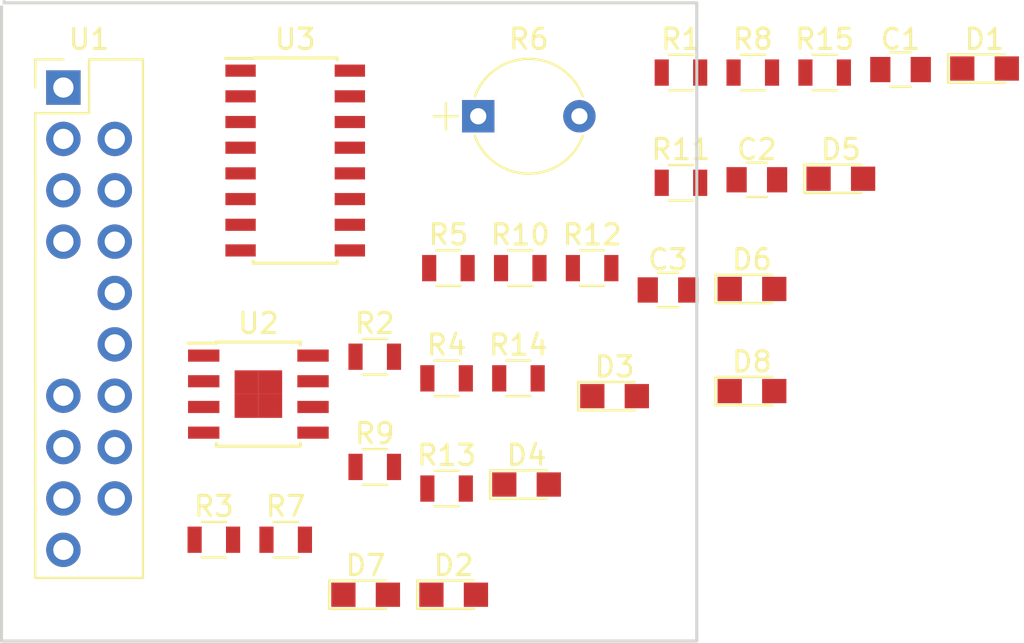
<source format=kicad_pcb>
(kicad_pcb (version 4) (host pcbnew 4.0.5)

  (general
    (links 56)
    (no_connects 56)
    (area 0 0 0 0)
    (thickness 1.6)
    (drawings 5)
    (tracks 0)
    (zones 0)
    (modules 29)
    (nets 37)
  )

  (page A4)
  (layers
    (0 F.Cu signal)
    (31 B.Cu signal)
    (32 B.Adhes user)
    (33 F.Adhes user)
    (34 B.Paste user)
    (35 F.Paste user)
    (36 B.SilkS user)
    (37 F.SilkS user)
    (38 B.Mask user)
    (39 F.Mask user)
    (40 Dwgs.User user)
    (41 Cmts.User user)
    (42 Eco1.User user)
    (43 Eco2.User user)
    (44 Edge.Cuts user)
    (45 Margin user)
    (46 B.CrtYd user)
    (47 F.CrtYd user)
    (48 B.Fab user)
    (49 F.Fab user)
  )

  (setup
    (last_trace_width 0.25)
    (trace_clearance 0.2)
    (zone_clearance 0.508)
    (zone_45_only no)
    (trace_min 0.2)
    (segment_width 0.2)
    (edge_width 0.15)
    (via_size 0.6)
    (via_drill 0.4)
    (via_min_size 0.4)
    (via_min_drill 0.3)
    (uvia_size 0.3)
    (uvia_drill 0.1)
    (uvias_allowed no)
    (uvia_min_size 0.2)
    (uvia_min_drill 0.1)
    (pcb_text_width 0.3)
    (pcb_text_size 1.5 1.5)
    (mod_edge_width 0.15)
    (mod_text_size 1 1)
    (mod_text_width 0.15)
    (pad_size 1.524 1.524)
    (pad_drill 0.762)
    (pad_to_mask_clearance 0.2)
    (aux_axis_origin 0 0)
    (visible_elements FFFFFF7F)
    (pcbplotparams
      (layerselection 0x00030_80000001)
      (usegerberextensions false)
      (excludeedgelayer true)
      (linewidth 0.100000)
      (plotframeref false)
      (viasonmask false)
      (mode 1)
      (useauxorigin false)
      (hpglpennumber 1)
      (hpglpenspeed 20)
      (hpglpendiameter 15)
      (hpglpenoverlay 2)
      (psnegative false)
      (psa4output false)
      (plotreference true)
      (plotvalue true)
      (plotinvisibletext false)
      (padsonsilk false)
      (subtractmaskfromsilk false)
      (outputformat 1)
      (mirror false)
      (drillshape 1)
      (scaleselection 1)
      (outputdirectory ""))
  )

  (net 0 "")
  (net 1 /latchPin)
  (net 2 GND)
  (net 3 /3.3V)
  (net 4 "Net-(D1-Pad2)")
  (net 5 "Net-(D1-Pad1)")
  (net 6 "Net-(D2-Pad2)")
  (net 7 "Net-(D2-Pad1)")
  (net 8 "Net-(D3-Pad2)")
  (net 9 "Net-(D3-Pad1)")
  (net 10 "Net-(D4-Pad2)")
  (net 11 "Net-(D4-Pad1)")
  (net 12 "Net-(D5-Pad2)")
  (net 13 "Net-(D5-Pad1)")
  (net 14 "Net-(D6-Pad2)")
  (net 15 "Net-(D6-Pad1)")
  (net 16 "Net-(D7-Pad2)")
  (net 17 "Net-(D7-Pad1)")
  (net 18 "Net-(D8-Pad2)")
  (net 19 "Net-(D8-Pad1)")
  (net 20 /O.S.)
  (net 21 "Net-(R2-Pad1)")
  (net 22 "Net-(R3-Pad1)")
  (net 23 "Net-(R4-Pad1)")
  (net 24 /5V)
  (net 25 /PR_TOP)
  (net 26 /PR_BOT)
  (net 27 "Net-(U1-Pad3)")
  (net 28 /clockPin)
  (net 29 /dataPin)
  (net 30 "Net-(U1-Pad8)")
  (net 31 "Net-(U1-Pad10)")
  (net 32 /SCL)
  (net 33 /SDA)
  (net 34 "Net-(U1-Pad17)")
  (net 35 "Net-(U1-Pad18)")
  (net 36 "Net-(U3-Pad9)")

  (net_class Default "This is the default net class."
    (clearance 0.2)
    (trace_width 0.25)
    (via_dia 0.6)
    (via_drill 0.4)
    (uvia_dia 0.3)
    (uvia_drill 0.1)
    (add_net /3.3V)
    (add_net /5V)
    (add_net /O.S.)
    (add_net /PR_BOT)
    (add_net /PR_TOP)
    (add_net /SCL)
    (add_net /SDA)
    (add_net /clockPin)
    (add_net /dataPin)
    (add_net /latchPin)
    (add_net GND)
    (add_net "Net-(D1-Pad1)")
    (add_net "Net-(D1-Pad2)")
    (add_net "Net-(D2-Pad1)")
    (add_net "Net-(D2-Pad2)")
    (add_net "Net-(D3-Pad1)")
    (add_net "Net-(D3-Pad2)")
    (add_net "Net-(D4-Pad1)")
    (add_net "Net-(D4-Pad2)")
    (add_net "Net-(D5-Pad1)")
    (add_net "Net-(D5-Pad2)")
    (add_net "Net-(D6-Pad1)")
    (add_net "Net-(D6-Pad2)")
    (add_net "Net-(D7-Pad1)")
    (add_net "Net-(D7-Pad2)")
    (add_net "Net-(D8-Pad1)")
    (add_net "Net-(D8-Pad2)")
    (add_net "Net-(R2-Pad1)")
    (add_net "Net-(R3-Pad1)")
    (add_net "Net-(R4-Pad1)")
    (add_net "Net-(U1-Pad10)")
    (add_net "Net-(U1-Pad17)")
    (add_net "Net-(U1-Pad18)")
    (add_net "Net-(U1-Pad3)")
    (add_net "Net-(U1-Pad8)")
    (add_net "Net-(U3-Pad9)")
  )

  (module Capacitors_SMD:C_0805 (layer F.Cu) (tedit 58AA8463) (tstamp 58BB91FD)
    (at 202.536501 106.869)
    (descr "Capacitor SMD 0805, reflow soldering, AVX (see smccp.pdf)")
    (tags "capacitor 0805")
    (path /58B8C597)
    (attr smd)
    (fp_text reference C1 (at 0 -1.5) (layer F.SilkS)
      (effects (font (size 1 1) (thickness 0.15)))
    )
    (fp_text value C (at 0 1.75) (layer F.Fab)
      (effects (font (size 1 1) (thickness 0.15)))
    )
    (fp_text user %R (at 0 -1.5) (layer F.Fab)
      (effects (font (size 1 1) (thickness 0.15)))
    )
    (fp_line (start -1 0.62) (end -1 -0.62) (layer F.Fab) (width 0.1))
    (fp_line (start 1 0.62) (end -1 0.62) (layer F.Fab) (width 0.1))
    (fp_line (start 1 -0.62) (end 1 0.62) (layer F.Fab) (width 0.1))
    (fp_line (start -1 -0.62) (end 1 -0.62) (layer F.Fab) (width 0.1))
    (fp_line (start 0.5 -0.85) (end -0.5 -0.85) (layer F.SilkS) (width 0.12))
    (fp_line (start -0.5 0.85) (end 0.5 0.85) (layer F.SilkS) (width 0.12))
    (fp_line (start -1.75 -0.88) (end 1.75 -0.88) (layer F.CrtYd) (width 0.05))
    (fp_line (start -1.75 -0.88) (end -1.75 0.87) (layer F.CrtYd) (width 0.05))
    (fp_line (start 1.75 0.87) (end 1.75 -0.88) (layer F.CrtYd) (width 0.05))
    (fp_line (start 1.75 0.87) (end -1.75 0.87) (layer F.CrtYd) (width 0.05))
    (pad 1 smd rect (at -1 0) (size 1 1.25) (layers F.Cu F.Paste F.Mask)
      (net 1 /latchPin))
    (pad 2 smd rect (at 1 0) (size 1 1.25) (layers F.Cu F.Paste F.Mask)
      (net 2 GND))
    (model Capacitors_SMD.3dshapes/C_0805.wrl
      (at (xyz 0 0 0))
      (scale (xyz 1 1 1))
      (rotate (xyz 0 0 0))
    )
  )

  (module Capacitors_SMD:C_0805 (layer F.Cu) (tedit 58AA8463) (tstamp 58BB9203)
    (at 195.436501 112.319)
    (descr "Capacitor SMD 0805, reflow soldering, AVX (see smccp.pdf)")
    (tags "capacitor 0805")
    (path /58B8ECE1)
    (attr smd)
    (fp_text reference C2 (at 0 -1.5) (layer F.SilkS)
      (effects (font (size 1 1) (thickness 0.15)))
    )
    (fp_text value C (at 0 1.75) (layer F.Fab)
      (effects (font (size 1 1) (thickness 0.15)))
    )
    (fp_text user %R (at 0 -1.5) (layer F.Fab)
      (effects (font (size 1 1) (thickness 0.15)))
    )
    (fp_line (start -1 0.62) (end -1 -0.62) (layer F.Fab) (width 0.1))
    (fp_line (start 1 0.62) (end -1 0.62) (layer F.Fab) (width 0.1))
    (fp_line (start 1 -0.62) (end 1 0.62) (layer F.Fab) (width 0.1))
    (fp_line (start -1 -0.62) (end 1 -0.62) (layer F.Fab) (width 0.1))
    (fp_line (start 0.5 -0.85) (end -0.5 -0.85) (layer F.SilkS) (width 0.12))
    (fp_line (start -0.5 0.85) (end 0.5 0.85) (layer F.SilkS) (width 0.12))
    (fp_line (start -1.75 -0.88) (end 1.75 -0.88) (layer F.CrtYd) (width 0.05))
    (fp_line (start -1.75 -0.88) (end -1.75 0.87) (layer F.CrtYd) (width 0.05))
    (fp_line (start 1.75 0.87) (end 1.75 -0.88) (layer F.CrtYd) (width 0.05))
    (fp_line (start 1.75 0.87) (end -1.75 0.87) (layer F.CrtYd) (width 0.05))
    (pad 1 smd rect (at -1 0) (size 1 1.25) (layers F.Cu F.Paste F.Mask)
      (net 2 GND))
    (pad 2 smd rect (at 1 0) (size 1 1.25) (layers F.Cu F.Paste F.Mask)
      (net 3 /3.3V))
    (model Capacitors_SMD.3dshapes/C_0805.wrl
      (at (xyz 0 0 0))
      (scale (xyz 1 1 1))
      (rotate (xyz 0 0 0))
    )
  )

  (module Capacitors_SMD:C_0805 (layer F.Cu) (tedit 58AA8463) (tstamp 58BB9209)
    (at 191.046501 117.769)
    (descr "Capacitor SMD 0805, reflow soldering, AVX (see smccp.pdf)")
    (tags "capacitor 0805")
    (path /58B8CB89)
    (attr smd)
    (fp_text reference C3 (at 0 -1.5) (layer F.SilkS)
      (effects (font (size 1 1) (thickness 0.15)))
    )
    (fp_text value C (at 0 1.75) (layer F.Fab)
      (effects (font (size 1 1) (thickness 0.15)))
    )
    (fp_text user %R (at 0 -1.5) (layer F.Fab)
      (effects (font (size 1 1) (thickness 0.15)))
    )
    (fp_line (start -1 0.62) (end -1 -0.62) (layer F.Fab) (width 0.1))
    (fp_line (start 1 0.62) (end -1 0.62) (layer F.Fab) (width 0.1))
    (fp_line (start 1 -0.62) (end 1 0.62) (layer F.Fab) (width 0.1))
    (fp_line (start -1 -0.62) (end 1 -0.62) (layer F.Fab) (width 0.1))
    (fp_line (start 0.5 -0.85) (end -0.5 -0.85) (layer F.SilkS) (width 0.12))
    (fp_line (start -0.5 0.85) (end 0.5 0.85) (layer F.SilkS) (width 0.12))
    (fp_line (start -1.75 -0.88) (end 1.75 -0.88) (layer F.CrtYd) (width 0.05))
    (fp_line (start -1.75 -0.88) (end -1.75 0.87) (layer F.CrtYd) (width 0.05))
    (fp_line (start 1.75 0.87) (end 1.75 -0.88) (layer F.CrtYd) (width 0.05))
    (fp_line (start 1.75 0.87) (end -1.75 0.87) (layer F.CrtYd) (width 0.05))
    (pad 1 smd rect (at -1 0) (size 1 1.25) (layers F.Cu F.Paste F.Mask)
      (net 2 GND))
    (pad 2 smd rect (at 1 0) (size 1 1.25) (layers F.Cu F.Paste F.Mask)
      (net 3 /3.3V))
    (model Capacitors_SMD.3dshapes/C_0805.wrl
      (at (xyz 0 0 0))
      (scale (xyz 1 1 1))
      (rotate (xyz 0 0 0))
    )
  )

  (module LEDs:LED_0805 (layer F.Cu) (tedit 57FE93EC) (tstamp 58BB920F)
    (at 206.686501 106.819)
    (descr "LED 0805 smd package")
    (tags "LED led 0805 SMD smd SMT smt smdled SMDLED smtled SMTLED")
    (path /58ADDE28)
    (attr smd)
    (fp_text reference D1 (at 0 -1.45) (layer F.SilkS)
      (effects (font (size 1 1) (thickness 0.15)))
    )
    (fp_text value LED (at 0 1.55) (layer F.Fab)
      (effects (font (size 1 1) (thickness 0.15)))
    )
    (fp_line (start -1.8 -0.7) (end -1.8 0.7) (layer F.SilkS) (width 0.12))
    (fp_line (start -0.4 -0.4) (end -0.4 0.4) (layer F.Fab) (width 0.1))
    (fp_line (start -0.4 0) (end 0.2 -0.4) (layer F.Fab) (width 0.1))
    (fp_line (start 0.2 0.4) (end -0.4 0) (layer F.Fab) (width 0.1))
    (fp_line (start 0.2 -0.4) (end 0.2 0.4) (layer F.Fab) (width 0.1))
    (fp_line (start 1 0.6) (end -1 0.6) (layer F.Fab) (width 0.1))
    (fp_line (start 1 -0.6) (end 1 0.6) (layer F.Fab) (width 0.1))
    (fp_line (start -1 -0.6) (end 1 -0.6) (layer F.Fab) (width 0.1))
    (fp_line (start -1 0.6) (end -1 -0.6) (layer F.Fab) (width 0.1))
    (fp_line (start -1.8 0.7) (end 1 0.7) (layer F.SilkS) (width 0.12))
    (fp_line (start -1.8 -0.7) (end 1 -0.7) (layer F.SilkS) (width 0.12))
    (fp_line (start 1.95 -0.85) (end 1.95 0.85) (layer F.CrtYd) (width 0.05))
    (fp_line (start 1.95 0.85) (end -1.95 0.85) (layer F.CrtYd) (width 0.05))
    (fp_line (start -1.95 0.85) (end -1.95 -0.85) (layer F.CrtYd) (width 0.05))
    (fp_line (start -1.95 -0.85) (end 1.95 -0.85) (layer F.CrtYd) (width 0.05))
    (pad 2 smd rect (at 1.1 0 180) (size 1.2 1.2) (layers F.Cu F.Paste F.Mask)
      (net 4 "Net-(D1-Pad2)"))
    (pad 1 smd rect (at -1.1 0 180) (size 1.2 1.2) (layers F.Cu F.Paste F.Mask)
      (net 5 "Net-(D1-Pad1)"))
    (model LEDs.3dshapes/LED_0805.wrl
      (at (xyz 0 0 0))
      (scale (xyz 1 1 1))
      (rotate (xyz 0 0 180))
    )
  )

  (module LEDs:LED_0805 (layer F.Cu) (tedit 57FE93EC) (tstamp 58BB9215)
    (at 180.456501 132.839)
    (descr "LED 0805 smd package")
    (tags "LED led 0805 SMD smd SMT smt smdled SMDLED smtled SMTLED")
    (path /58ADDE1A)
    (attr smd)
    (fp_text reference D2 (at 0 -1.45) (layer F.SilkS)
      (effects (font (size 1 1) (thickness 0.15)))
    )
    (fp_text value LED (at 0 1.55) (layer F.Fab)
      (effects (font (size 1 1) (thickness 0.15)))
    )
    (fp_line (start -1.8 -0.7) (end -1.8 0.7) (layer F.SilkS) (width 0.12))
    (fp_line (start -0.4 -0.4) (end -0.4 0.4) (layer F.Fab) (width 0.1))
    (fp_line (start -0.4 0) (end 0.2 -0.4) (layer F.Fab) (width 0.1))
    (fp_line (start 0.2 0.4) (end -0.4 0) (layer F.Fab) (width 0.1))
    (fp_line (start 0.2 -0.4) (end 0.2 0.4) (layer F.Fab) (width 0.1))
    (fp_line (start 1 0.6) (end -1 0.6) (layer F.Fab) (width 0.1))
    (fp_line (start 1 -0.6) (end 1 0.6) (layer F.Fab) (width 0.1))
    (fp_line (start -1 -0.6) (end 1 -0.6) (layer F.Fab) (width 0.1))
    (fp_line (start -1 0.6) (end -1 -0.6) (layer F.Fab) (width 0.1))
    (fp_line (start -1.8 0.7) (end 1 0.7) (layer F.SilkS) (width 0.12))
    (fp_line (start -1.8 -0.7) (end 1 -0.7) (layer F.SilkS) (width 0.12))
    (fp_line (start 1.95 -0.85) (end 1.95 0.85) (layer F.CrtYd) (width 0.05))
    (fp_line (start 1.95 0.85) (end -1.95 0.85) (layer F.CrtYd) (width 0.05))
    (fp_line (start -1.95 0.85) (end -1.95 -0.85) (layer F.CrtYd) (width 0.05))
    (fp_line (start -1.95 -0.85) (end 1.95 -0.85) (layer F.CrtYd) (width 0.05))
    (pad 2 smd rect (at 1.1 0 180) (size 1.2 1.2) (layers F.Cu F.Paste F.Mask)
      (net 6 "Net-(D2-Pad2)"))
    (pad 1 smd rect (at -1.1 0 180) (size 1.2 1.2) (layers F.Cu F.Paste F.Mask)
      (net 7 "Net-(D2-Pad1)"))
    (model LEDs.3dshapes/LED_0805.wrl
      (at (xyz 0 0 0))
      (scale (xyz 1 1 1))
      (rotate (xyz 0 0 180))
    )
  )

  (module LEDs:LED_0805 (layer F.Cu) (tedit 57FE93EC) (tstamp 58BB921B)
    (at 188.406501 123.019)
    (descr "LED 0805 smd package")
    (tags "LED led 0805 SMD smd SMT smt smdled SMDLED smtled SMTLED")
    (path /58ADDE0C)
    (attr smd)
    (fp_text reference D3 (at 0 -1.45) (layer F.SilkS)
      (effects (font (size 1 1) (thickness 0.15)))
    )
    (fp_text value LED (at 0 1.55) (layer F.Fab)
      (effects (font (size 1 1) (thickness 0.15)))
    )
    (fp_line (start -1.8 -0.7) (end -1.8 0.7) (layer F.SilkS) (width 0.12))
    (fp_line (start -0.4 -0.4) (end -0.4 0.4) (layer F.Fab) (width 0.1))
    (fp_line (start -0.4 0) (end 0.2 -0.4) (layer F.Fab) (width 0.1))
    (fp_line (start 0.2 0.4) (end -0.4 0) (layer F.Fab) (width 0.1))
    (fp_line (start 0.2 -0.4) (end 0.2 0.4) (layer F.Fab) (width 0.1))
    (fp_line (start 1 0.6) (end -1 0.6) (layer F.Fab) (width 0.1))
    (fp_line (start 1 -0.6) (end 1 0.6) (layer F.Fab) (width 0.1))
    (fp_line (start -1 -0.6) (end 1 -0.6) (layer F.Fab) (width 0.1))
    (fp_line (start -1 0.6) (end -1 -0.6) (layer F.Fab) (width 0.1))
    (fp_line (start -1.8 0.7) (end 1 0.7) (layer F.SilkS) (width 0.12))
    (fp_line (start -1.8 -0.7) (end 1 -0.7) (layer F.SilkS) (width 0.12))
    (fp_line (start 1.95 -0.85) (end 1.95 0.85) (layer F.CrtYd) (width 0.05))
    (fp_line (start 1.95 0.85) (end -1.95 0.85) (layer F.CrtYd) (width 0.05))
    (fp_line (start -1.95 0.85) (end -1.95 -0.85) (layer F.CrtYd) (width 0.05))
    (fp_line (start -1.95 -0.85) (end 1.95 -0.85) (layer F.CrtYd) (width 0.05))
    (pad 2 smd rect (at 1.1 0 180) (size 1.2 1.2) (layers F.Cu F.Paste F.Mask)
      (net 8 "Net-(D3-Pad2)"))
    (pad 1 smd rect (at -1.1 0 180) (size 1.2 1.2) (layers F.Cu F.Paste F.Mask)
      (net 9 "Net-(D3-Pad1)"))
    (model LEDs.3dshapes/LED_0805.wrl
      (at (xyz 0 0 0))
      (scale (xyz 1 1 1))
      (rotate (xyz 0 0 180))
    )
  )

  (module LEDs:LED_0805 (layer F.Cu) (tedit 57FE93EC) (tstamp 58BB9221)
    (at 184.056501 127.389)
    (descr "LED 0805 smd package")
    (tags "LED led 0805 SMD smd SMT smt smdled SMDLED smtled SMTLED")
    (path /58ADDDFE)
    (attr smd)
    (fp_text reference D4 (at 0 -1.45) (layer F.SilkS)
      (effects (font (size 1 1) (thickness 0.15)))
    )
    (fp_text value LED (at 0 1.55) (layer F.Fab)
      (effects (font (size 1 1) (thickness 0.15)))
    )
    (fp_line (start -1.8 -0.7) (end -1.8 0.7) (layer F.SilkS) (width 0.12))
    (fp_line (start -0.4 -0.4) (end -0.4 0.4) (layer F.Fab) (width 0.1))
    (fp_line (start -0.4 0) (end 0.2 -0.4) (layer F.Fab) (width 0.1))
    (fp_line (start 0.2 0.4) (end -0.4 0) (layer F.Fab) (width 0.1))
    (fp_line (start 0.2 -0.4) (end 0.2 0.4) (layer F.Fab) (width 0.1))
    (fp_line (start 1 0.6) (end -1 0.6) (layer F.Fab) (width 0.1))
    (fp_line (start 1 -0.6) (end 1 0.6) (layer F.Fab) (width 0.1))
    (fp_line (start -1 -0.6) (end 1 -0.6) (layer F.Fab) (width 0.1))
    (fp_line (start -1 0.6) (end -1 -0.6) (layer F.Fab) (width 0.1))
    (fp_line (start -1.8 0.7) (end 1 0.7) (layer F.SilkS) (width 0.12))
    (fp_line (start -1.8 -0.7) (end 1 -0.7) (layer F.SilkS) (width 0.12))
    (fp_line (start 1.95 -0.85) (end 1.95 0.85) (layer F.CrtYd) (width 0.05))
    (fp_line (start 1.95 0.85) (end -1.95 0.85) (layer F.CrtYd) (width 0.05))
    (fp_line (start -1.95 0.85) (end -1.95 -0.85) (layer F.CrtYd) (width 0.05))
    (fp_line (start -1.95 -0.85) (end 1.95 -0.85) (layer F.CrtYd) (width 0.05))
    (pad 2 smd rect (at 1.1 0 180) (size 1.2 1.2) (layers F.Cu F.Paste F.Mask)
      (net 10 "Net-(D4-Pad2)"))
    (pad 1 smd rect (at -1.1 0 180) (size 1.2 1.2) (layers F.Cu F.Paste F.Mask)
      (net 11 "Net-(D4-Pad1)"))
    (model LEDs.3dshapes/LED_0805.wrl
      (at (xyz 0 0 0))
      (scale (xyz 1 1 1))
      (rotate (xyz 0 0 180))
    )
  )

  (module LEDs:LED_0805 (layer F.Cu) (tedit 57FE93EC) (tstamp 58BB9227)
    (at 199.586501 112.269)
    (descr "LED 0805 smd package")
    (tags "LED led 0805 SMD smd SMT smt smdled SMDLED smtled SMTLED")
    (path /58ADD846)
    (attr smd)
    (fp_text reference D5 (at 0 -1.45) (layer F.SilkS)
      (effects (font (size 1 1) (thickness 0.15)))
    )
    (fp_text value LED (at 0 1.55) (layer F.Fab)
      (effects (font (size 1 1) (thickness 0.15)))
    )
    (fp_line (start -1.8 -0.7) (end -1.8 0.7) (layer F.SilkS) (width 0.12))
    (fp_line (start -0.4 -0.4) (end -0.4 0.4) (layer F.Fab) (width 0.1))
    (fp_line (start -0.4 0) (end 0.2 -0.4) (layer F.Fab) (width 0.1))
    (fp_line (start 0.2 0.4) (end -0.4 0) (layer F.Fab) (width 0.1))
    (fp_line (start 0.2 -0.4) (end 0.2 0.4) (layer F.Fab) (width 0.1))
    (fp_line (start 1 0.6) (end -1 0.6) (layer F.Fab) (width 0.1))
    (fp_line (start 1 -0.6) (end 1 0.6) (layer F.Fab) (width 0.1))
    (fp_line (start -1 -0.6) (end 1 -0.6) (layer F.Fab) (width 0.1))
    (fp_line (start -1 0.6) (end -1 -0.6) (layer F.Fab) (width 0.1))
    (fp_line (start -1.8 0.7) (end 1 0.7) (layer F.SilkS) (width 0.12))
    (fp_line (start -1.8 -0.7) (end 1 -0.7) (layer F.SilkS) (width 0.12))
    (fp_line (start 1.95 -0.85) (end 1.95 0.85) (layer F.CrtYd) (width 0.05))
    (fp_line (start 1.95 0.85) (end -1.95 0.85) (layer F.CrtYd) (width 0.05))
    (fp_line (start -1.95 0.85) (end -1.95 -0.85) (layer F.CrtYd) (width 0.05))
    (fp_line (start -1.95 -0.85) (end 1.95 -0.85) (layer F.CrtYd) (width 0.05))
    (pad 2 smd rect (at 1.1 0 180) (size 1.2 1.2) (layers F.Cu F.Paste F.Mask)
      (net 12 "Net-(D5-Pad2)"))
    (pad 1 smd rect (at -1.1 0 180) (size 1.2 1.2) (layers F.Cu F.Paste F.Mask)
      (net 13 "Net-(D5-Pad1)"))
    (model LEDs.3dshapes/LED_0805.wrl
      (at (xyz 0 0 0))
      (scale (xyz 1 1 1))
      (rotate (xyz 0 0 180))
    )
  )

  (module LEDs:LED_0805 (layer F.Cu) (tedit 57FE93EC) (tstamp 58BB922D)
    (at 195.196501 117.719)
    (descr "LED 0805 smd package")
    (tags "LED led 0805 SMD smd SMT smt smdled SMDLED smtled SMTLED")
    (path /58ADD838)
    (attr smd)
    (fp_text reference D6 (at 0 -1.45) (layer F.SilkS)
      (effects (font (size 1 1) (thickness 0.15)))
    )
    (fp_text value LED (at 0 1.55) (layer F.Fab)
      (effects (font (size 1 1) (thickness 0.15)))
    )
    (fp_line (start -1.8 -0.7) (end -1.8 0.7) (layer F.SilkS) (width 0.12))
    (fp_line (start -0.4 -0.4) (end -0.4 0.4) (layer F.Fab) (width 0.1))
    (fp_line (start -0.4 0) (end 0.2 -0.4) (layer F.Fab) (width 0.1))
    (fp_line (start 0.2 0.4) (end -0.4 0) (layer F.Fab) (width 0.1))
    (fp_line (start 0.2 -0.4) (end 0.2 0.4) (layer F.Fab) (width 0.1))
    (fp_line (start 1 0.6) (end -1 0.6) (layer F.Fab) (width 0.1))
    (fp_line (start 1 -0.6) (end 1 0.6) (layer F.Fab) (width 0.1))
    (fp_line (start -1 -0.6) (end 1 -0.6) (layer F.Fab) (width 0.1))
    (fp_line (start -1 0.6) (end -1 -0.6) (layer F.Fab) (width 0.1))
    (fp_line (start -1.8 0.7) (end 1 0.7) (layer F.SilkS) (width 0.12))
    (fp_line (start -1.8 -0.7) (end 1 -0.7) (layer F.SilkS) (width 0.12))
    (fp_line (start 1.95 -0.85) (end 1.95 0.85) (layer F.CrtYd) (width 0.05))
    (fp_line (start 1.95 0.85) (end -1.95 0.85) (layer F.CrtYd) (width 0.05))
    (fp_line (start -1.95 0.85) (end -1.95 -0.85) (layer F.CrtYd) (width 0.05))
    (fp_line (start -1.95 -0.85) (end 1.95 -0.85) (layer F.CrtYd) (width 0.05))
    (pad 2 smd rect (at 1.1 0 180) (size 1.2 1.2) (layers F.Cu F.Paste F.Mask)
      (net 14 "Net-(D6-Pad2)"))
    (pad 1 smd rect (at -1.1 0 180) (size 1.2 1.2) (layers F.Cu F.Paste F.Mask)
      (net 15 "Net-(D6-Pad1)"))
    (model LEDs.3dshapes/LED_0805.wrl
      (at (xyz 0 0 0))
      (scale (xyz 1 1 1))
      (rotate (xyz 0 0 180))
    )
  )

  (module LEDs:LED_0805 (layer F.Cu) (tedit 57FE93EC) (tstamp 58BB9233)
    (at 176.106501 132.839)
    (descr "LED 0805 smd package")
    (tags "LED led 0805 SMD smd SMT smt smdled SMDLED smtled SMTLED")
    (path /58ADD770)
    (attr smd)
    (fp_text reference D7 (at 0 -1.45) (layer F.SilkS)
      (effects (font (size 1 1) (thickness 0.15)))
    )
    (fp_text value LED (at 0 1.55) (layer F.Fab)
      (effects (font (size 1 1) (thickness 0.15)))
    )
    (fp_line (start -1.8 -0.7) (end -1.8 0.7) (layer F.SilkS) (width 0.12))
    (fp_line (start -0.4 -0.4) (end -0.4 0.4) (layer F.Fab) (width 0.1))
    (fp_line (start -0.4 0) (end 0.2 -0.4) (layer F.Fab) (width 0.1))
    (fp_line (start 0.2 0.4) (end -0.4 0) (layer F.Fab) (width 0.1))
    (fp_line (start 0.2 -0.4) (end 0.2 0.4) (layer F.Fab) (width 0.1))
    (fp_line (start 1 0.6) (end -1 0.6) (layer F.Fab) (width 0.1))
    (fp_line (start 1 -0.6) (end 1 0.6) (layer F.Fab) (width 0.1))
    (fp_line (start -1 -0.6) (end 1 -0.6) (layer F.Fab) (width 0.1))
    (fp_line (start -1 0.6) (end -1 -0.6) (layer F.Fab) (width 0.1))
    (fp_line (start -1.8 0.7) (end 1 0.7) (layer F.SilkS) (width 0.12))
    (fp_line (start -1.8 -0.7) (end 1 -0.7) (layer F.SilkS) (width 0.12))
    (fp_line (start 1.95 -0.85) (end 1.95 0.85) (layer F.CrtYd) (width 0.05))
    (fp_line (start 1.95 0.85) (end -1.95 0.85) (layer F.CrtYd) (width 0.05))
    (fp_line (start -1.95 0.85) (end -1.95 -0.85) (layer F.CrtYd) (width 0.05))
    (fp_line (start -1.95 -0.85) (end 1.95 -0.85) (layer F.CrtYd) (width 0.05))
    (pad 2 smd rect (at 1.1 0 180) (size 1.2 1.2) (layers F.Cu F.Paste F.Mask)
      (net 16 "Net-(D7-Pad2)"))
    (pad 1 smd rect (at -1.1 0 180) (size 1.2 1.2) (layers F.Cu F.Paste F.Mask)
      (net 17 "Net-(D7-Pad1)"))
    (model LEDs.3dshapes/LED_0805.wrl
      (at (xyz 0 0 0))
      (scale (xyz 1 1 1))
      (rotate (xyz 0 0 180))
    )
  )

  (module LEDs:LED_0805 (layer F.Cu) (tedit 57FE93EC) (tstamp 58BB9239)
    (at 195.196501 122.769)
    (descr "LED 0805 smd package")
    (tags "LED led 0805 SMD smd SMT smt smdled SMDLED smtled SMTLED")
    (path /58ADCCDD)
    (attr smd)
    (fp_text reference D8 (at 0 -1.45) (layer F.SilkS)
      (effects (font (size 1 1) (thickness 0.15)))
    )
    (fp_text value LED (at 0 1.55) (layer F.Fab)
      (effects (font (size 1 1) (thickness 0.15)))
    )
    (fp_line (start -1.8 -0.7) (end -1.8 0.7) (layer F.SilkS) (width 0.12))
    (fp_line (start -0.4 -0.4) (end -0.4 0.4) (layer F.Fab) (width 0.1))
    (fp_line (start -0.4 0) (end 0.2 -0.4) (layer F.Fab) (width 0.1))
    (fp_line (start 0.2 0.4) (end -0.4 0) (layer F.Fab) (width 0.1))
    (fp_line (start 0.2 -0.4) (end 0.2 0.4) (layer F.Fab) (width 0.1))
    (fp_line (start 1 0.6) (end -1 0.6) (layer F.Fab) (width 0.1))
    (fp_line (start 1 -0.6) (end 1 0.6) (layer F.Fab) (width 0.1))
    (fp_line (start -1 -0.6) (end 1 -0.6) (layer F.Fab) (width 0.1))
    (fp_line (start -1 0.6) (end -1 -0.6) (layer F.Fab) (width 0.1))
    (fp_line (start -1.8 0.7) (end 1 0.7) (layer F.SilkS) (width 0.12))
    (fp_line (start -1.8 -0.7) (end 1 -0.7) (layer F.SilkS) (width 0.12))
    (fp_line (start 1.95 -0.85) (end 1.95 0.85) (layer F.CrtYd) (width 0.05))
    (fp_line (start 1.95 0.85) (end -1.95 0.85) (layer F.CrtYd) (width 0.05))
    (fp_line (start -1.95 0.85) (end -1.95 -0.85) (layer F.CrtYd) (width 0.05))
    (fp_line (start -1.95 -0.85) (end 1.95 -0.85) (layer F.CrtYd) (width 0.05))
    (pad 2 smd rect (at 1.1 0 180) (size 1.2 1.2) (layers F.Cu F.Paste F.Mask)
      (net 18 "Net-(D8-Pad2)"))
    (pad 1 smd rect (at -1.1 0 180) (size 1.2 1.2) (layers F.Cu F.Paste F.Mask)
      (net 19 "Net-(D8-Pad1)"))
    (model LEDs.3dshapes/LED_0805.wrl
      (at (xyz 0 0 0))
      (scale (xyz 1 1 1))
      (rotate (xyz 0 0 180))
    )
  )

  (module Resistors_SMD:R_0805 (layer F.Cu) (tedit 58AADA8F) (tstamp 58BB923F)
    (at 191.686501 107.019)
    (descr "Resistor SMD 0805, reflow soldering, Vishay (see dcrcw.pdf)")
    (tags "resistor 0805")
    (path /58AFA0D7)
    (attr smd)
    (fp_text reference R1 (at 0 -1.65) (layer F.SilkS)
      (effects (font (size 1 1) (thickness 0.15)))
    )
    (fp_text value R (at 0 1.75) (layer F.Fab)
      (effects (font (size 1 1) (thickness 0.15)))
    )
    (fp_text user %R (at 0 -1.65) (layer F.Fab)
      (effects (font (size 1 1) (thickness 0.15)))
    )
    (fp_line (start -1 0.62) (end -1 -0.62) (layer F.Fab) (width 0.1))
    (fp_line (start 1 0.62) (end -1 0.62) (layer F.Fab) (width 0.1))
    (fp_line (start 1 -0.62) (end 1 0.62) (layer F.Fab) (width 0.1))
    (fp_line (start -1 -0.62) (end 1 -0.62) (layer F.Fab) (width 0.1))
    (fp_line (start 0.6 0.88) (end -0.6 0.88) (layer F.SilkS) (width 0.12))
    (fp_line (start -0.6 -0.88) (end 0.6 -0.88) (layer F.SilkS) (width 0.12))
    (fp_line (start -1.55 -0.9) (end 1.55 -0.9) (layer F.CrtYd) (width 0.05))
    (fp_line (start -1.55 -0.9) (end -1.55 0.9) (layer F.CrtYd) (width 0.05))
    (fp_line (start 1.55 0.9) (end 1.55 -0.9) (layer F.CrtYd) (width 0.05))
    (fp_line (start 1.55 0.9) (end -1.55 0.9) (layer F.CrtYd) (width 0.05))
    (pad 1 smd rect (at -0.95 0) (size 0.7 1.3) (layers F.Cu F.Paste F.Mask)
      (net 3 /3.3V))
    (pad 2 smd rect (at 0.95 0) (size 0.7 1.3) (layers F.Cu F.Paste F.Mask)
      (net 20 /O.S.))
    (model Resistors_SMD.3dshapes/R_0805.wrl
      (at (xyz 0 0 0))
      (scale (xyz 1 1 1))
      (rotate (xyz 0 0 0))
    )
  )

  (module Resistors_SMD:R_0805 (layer F.Cu) (tedit 58AADA8F) (tstamp 58BB9245)
    (at 176.556501 121.069)
    (descr "Resistor SMD 0805, reflow soldering, Vishay (see dcrcw.pdf)")
    (tags "resistor 0805")
    (path /58AF710B)
    (attr smd)
    (fp_text reference R2 (at 0 -1.65) (layer F.SilkS)
      (effects (font (size 1 1) (thickness 0.15)))
    )
    (fp_text value R (at 0 1.75) (layer F.Fab)
      (effects (font (size 1 1) (thickness 0.15)))
    )
    (fp_text user %R (at 0 -1.65) (layer F.Fab)
      (effects (font (size 1 1) (thickness 0.15)))
    )
    (fp_line (start -1 0.62) (end -1 -0.62) (layer F.Fab) (width 0.1))
    (fp_line (start 1 0.62) (end -1 0.62) (layer F.Fab) (width 0.1))
    (fp_line (start 1 -0.62) (end 1 0.62) (layer F.Fab) (width 0.1))
    (fp_line (start -1 -0.62) (end 1 -0.62) (layer F.Fab) (width 0.1))
    (fp_line (start 0.6 0.88) (end -0.6 0.88) (layer F.SilkS) (width 0.12))
    (fp_line (start -0.6 -0.88) (end 0.6 -0.88) (layer F.SilkS) (width 0.12))
    (fp_line (start -1.55 -0.9) (end 1.55 -0.9) (layer F.CrtYd) (width 0.05))
    (fp_line (start -1.55 -0.9) (end -1.55 0.9) (layer F.CrtYd) (width 0.05))
    (fp_line (start 1.55 0.9) (end 1.55 -0.9) (layer F.CrtYd) (width 0.05))
    (fp_line (start 1.55 0.9) (end -1.55 0.9) (layer F.CrtYd) (width 0.05))
    (pad 1 smd rect (at -0.95 0) (size 0.7 1.3) (layers F.Cu F.Paste F.Mask)
      (net 21 "Net-(R2-Pad1)"))
    (pad 2 smd rect (at 0.95 0) (size 0.7 1.3) (layers F.Cu F.Paste F.Mask)
      (net 2 GND))
    (model Resistors_SMD.3dshapes/R_0805.wrl
      (at (xyz 0 0 0))
      (scale (xyz 1 1 1))
      (rotate (xyz 0 0 0))
    )
  )

  (module Resistors_SMD:R_0805 (layer F.Cu) (tedit 58AADA8F) (tstamp 58BB924B)
    (at 168.606501 130.119)
    (descr "Resistor SMD 0805, reflow soldering, Vishay (see dcrcw.pdf)")
    (tags "resistor 0805")
    (path /58AF70A8)
    (attr smd)
    (fp_text reference R3 (at 0 -1.65) (layer F.SilkS)
      (effects (font (size 1 1) (thickness 0.15)))
    )
    (fp_text value R (at 0 1.75) (layer F.Fab)
      (effects (font (size 1 1) (thickness 0.15)))
    )
    (fp_text user %R (at 0 -1.65) (layer F.Fab)
      (effects (font (size 1 1) (thickness 0.15)))
    )
    (fp_line (start -1 0.62) (end -1 -0.62) (layer F.Fab) (width 0.1))
    (fp_line (start 1 0.62) (end -1 0.62) (layer F.Fab) (width 0.1))
    (fp_line (start 1 -0.62) (end 1 0.62) (layer F.Fab) (width 0.1))
    (fp_line (start -1 -0.62) (end 1 -0.62) (layer F.Fab) (width 0.1))
    (fp_line (start 0.6 0.88) (end -0.6 0.88) (layer F.SilkS) (width 0.12))
    (fp_line (start -0.6 -0.88) (end 0.6 -0.88) (layer F.SilkS) (width 0.12))
    (fp_line (start -1.55 -0.9) (end 1.55 -0.9) (layer F.CrtYd) (width 0.05))
    (fp_line (start -1.55 -0.9) (end -1.55 0.9) (layer F.CrtYd) (width 0.05))
    (fp_line (start 1.55 0.9) (end 1.55 -0.9) (layer F.CrtYd) (width 0.05))
    (fp_line (start 1.55 0.9) (end -1.55 0.9) (layer F.CrtYd) (width 0.05))
    (pad 1 smd rect (at -0.95 0) (size 0.7 1.3) (layers F.Cu F.Paste F.Mask)
      (net 22 "Net-(R3-Pad1)"))
    (pad 2 smd rect (at 0.95 0) (size 0.7 1.3) (layers F.Cu F.Paste F.Mask)
      (net 2 GND))
    (model Resistors_SMD.3dshapes/R_0805.wrl
      (at (xyz 0 0 0))
      (scale (xyz 1 1 1))
      (rotate (xyz 0 0 0))
    )
  )

  (module Resistors_SMD:R_0805 (layer F.Cu) (tedit 58AADA8F) (tstamp 58BB9251)
    (at 180.106501 122.139)
    (descr "Resistor SMD 0805, reflow soldering, Vishay (see dcrcw.pdf)")
    (tags "resistor 0805")
    (path /58AF6DB0)
    (attr smd)
    (fp_text reference R4 (at 0 -1.65) (layer F.SilkS)
      (effects (font (size 1 1) (thickness 0.15)))
    )
    (fp_text value R (at 0 1.75) (layer F.Fab)
      (effects (font (size 1 1) (thickness 0.15)))
    )
    (fp_text user %R (at 0 -1.65) (layer F.Fab)
      (effects (font (size 1 1) (thickness 0.15)))
    )
    (fp_line (start -1 0.62) (end -1 -0.62) (layer F.Fab) (width 0.1))
    (fp_line (start 1 0.62) (end -1 0.62) (layer F.Fab) (width 0.1))
    (fp_line (start 1 -0.62) (end 1 0.62) (layer F.Fab) (width 0.1))
    (fp_line (start -1 -0.62) (end 1 -0.62) (layer F.Fab) (width 0.1))
    (fp_line (start 0.6 0.88) (end -0.6 0.88) (layer F.SilkS) (width 0.12))
    (fp_line (start -0.6 -0.88) (end 0.6 -0.88) (layer F.SilkS) (width 0.12))
    (fp_line (start -1.55 -0.9) (end 1.55 -0.9) (layer F.CrtYd) (width 0.05))
    (fp_line (start -1.55 -0.9) (end -1.55 0.9) (layer F.CrtYd) (width 0.05))
    (fp_line (start 1.55 0.9) (end 1.55 -0.9) (layer F.CrtYd) (width 0.05))
    (fp_line (start 1.55 0.9) (end -1.55 0.9) (layer F.CrtYd) (width 0.05))
    (pad 1 smd rect (at -0.95 0) (size 0.7 1.3) (layers F.Cu F.Paste F.Mask)
      (net 23 "Net-(R4-Pad1)"))
    (pad 2 smd rect (at 0.95 0) (size 0.7 1.3) (layers F.Cu F.Paste F.Mask)
      (net 2 GND))
    (model Resistors_SMD.3dshapes/R_0805.wrl
      (at (xyz 0 0 0))
      (scale (xyz 1 1 1))
      (rotate (xyz 0 0 0))
    )
  )

  (module Resistors_SMD:R_0805 (layer F.Cu) (tedit 58AADA8F) (tstamp 58BB9257)
    (at 180.196501 116.689)
    (descr "Resistor SMD 0805, reflow soldering, Vishay (see dcrcw.pdf)")
    (tags "resistor 0805")
    (path /58B6C6AB)
    (attr smd)
    (fp_text reference R5 (at 0 -1.65) (layer F.SilkS)
      (effects (font (size 1 1) (thickness 0.15)))
    )
    (fp_text value R (at 0 1.75) (layer F.Fab)
      (effects (font (size 1 1) (thickness 0.15)))
    )
    (fp_text user %R (at 0 -1.65) (layer F.Fab)
      (effects (font (size 1 1) (thickness 0.15)))
    )
    (fp_line (start -1 0.62) (end -1 -0.62) (layer F.Fab) (width 0.1))
    (fp_line (start 1 0.62) (end -1 0.62) (layer F.Fab) (width 0.1))
    (fp_line (start 1 -0.62) (end 1 0.62) (layer F.Fab) (width 0.1))
    (fp_line (start -1 -0.62) (end 1 -0.62) (layer F.Fab) (width 0.1))
    (fp_line (start 0.6 0.88) (end -0.6 0.88) (layer F.SilkS) (width 0.12))
    (fp_line (start -0.6 -0.88) (end 0.6 -0.88) (layer F.SilkS) (width 0.12))
    (fp_line (start -1.55 -0.9) (end 1.55 -0.9) (layer F.CrtYd) (width 0.05))
    (fp_line (start -1.55 -0.9) (end -1.55 0.9) (layer F.CrtYd) (width 0.05))
    (fp_line (start 1.55 0.9) (end 1.55 -0.9) (layer F.CrtYd) (width 0.05))
    (fp_line (start 1.55 0.9) (end -1.55 0.9) (layer F.CrtYd) (width 0.05))
    (pad 1 smd rect (at -0.95 0) (size 0.7 1.3) (layers F.Cu F.Paste F.Mask)
      (net 24 /5V))
    (pad 2 smd rect (at 0.95 0) (size 0.7 1.3) (layers F.Cu F.Paste F.Mask)
      (net 25 /PR_TOP))
    (model Resistors_SMD.3dshapes/R_0805.wrl
      (at (xyz 0 0 0))
      (scale (xyz 1 1 1))
      (rotate (xyz 0 0 0))
    )
  )

  (module Capacitors_ThroughHole:CP_Radial_Tantal_D5.5mm_P5.00mm (layer F.Cu) (tedit 58765D06) (tstamp 58BB925D)
    (at 181.66912 109.179)
    (descr "CP, Radial_Tantal series, Radial, pin pitch=5.00mm, , diameter=5.5mm, Tantal Electrolytic Capacitor, http://cdn-reichelt.de/documents/datenblatt/B300/TANTAL-TB-Serie%23.pdf")
    (tags "CP Radial_Tantal series Radial pin pitch 5.00mm  diameter 5.5mm Tantal Electrolytic Capacitor")
    (path /58B6B4E5)
    (fp_text reference R6 (at 2.5 -3.81) (layer F.SilkS)
      (effects (font (size 1 1) (thickness 0.15)))
    )
    (fp_text value "Photo Resistor" (at 2.5 3.81) (layer F.Fab)
      (effects (font (size 1 1) (thickness 0.15)))
    )
    (fp_arc (start 2.5 0) (end -0.165558 -0.98) (angle 139.6) (layer F.SilkS) (width 0.12))
    (fp_arc (start 2.5 0) (end -0.165558 0.98) (angle -139.6) (layer F.SilkS) (width 0.12))
    (fp_circle (center 2.5 0) (end 5.25 0) (layer F.Fab) (width 0.1))
    (fp_line (start -2.2 0) (end -1 0) (layer F.Fab) (width 0.1))
    (fp_line (start -1.6 -0.65) (end -1.6 0.65) (layer F.Fab) (width 0.1))
    (fp_line (start -2.2 0) (end -1 0) (layer F.SilkS) (width 0.12))
    (fp_line (start -1.6 -0.65) (end -1.6 0.65) (layer F.SilkS) (width 0.12))
    (fp_line (start -1.05 -3.1) (end -1.05 3.1) (layer F.CrtYd) (width 0.05))
    (fp_line (start -1.05 3.1) (end 6.05 3.1) (layer F.CrtYd) (width 0.05))
    (fp_line (start 6.05 3.1) (end 6.05 -3.1) (layer F.CrtYd) (width 0.05))
    (fp_line (start 6.05 -3.1) (end -1.05 -3.1) (layer F.CrtYd) (width 0.05))
    (pad 1 thru_hole rect (at 0 0) (size 1.6 1.6) (drill 0.8) (layers *.Cu *.Mask)
      (net 25 /PR_TOP))
    (pad 2 thru_hole circle (at 5 0) (size 1.6 1.6) (drill 0.8) (layers *.Cu *.Mask)
      (net 26 /PR_BOT))
    (model Capacitors_THT.3dshapes/CP_Radial_Tantal_D5.5mm_P5.00mm.wrl
      (at (xyz 0 0 0))
      (scale (xyz 0.393701 0.393701 0.393701))
      (rotate (xyz 0 0 0))
    )
  )

  (module Resistors_SMD:R_0805 (layer F.Cu) (tedit 58AADA8F) (tstamp 58BB9263)
    (at 172.156501 130.119)
    (descr "Resistor SMD 0805, reflow soldering, Vishay (see dcrcw.pdf)")
    (tags "resistor 0805")
    (path /58AE4015)
    (attr smd)
    (fp_text reference R7 (at 0 -1.65) (layer F.SilkS)
      (effects (font (size 1 1) (thickness 0.15)))
    )
    (fp_text value R (at 0 1.75) (layer F.Fab)
      (effects (font (size 1 1) (thickness 0.15)))
    )
    (fp_text user %R (at 0 -1.65) (layer F.Fab)
      (effects (font (size 1 1) (thickness 0.15)))
    )
    (fp_line (start -1 0.62) (end -1 -0.62) (layer F.Fab) (width 0.1))
    (fp_line (start 1 0.62) (end -1 0.62) (layer F.Fab) (width 0.1))
    (fp_line (start 1 -0.62) (end 1 0.62) (layer F.Fab) (width 0.1))
    (fp_line (start -1 -0.62) (end 1 -0.62) (layer F.Fab) (width 0.1))
    (fp_line (start 0.6 0.88) (end -0.6 0.88) (layer F.SilkS) (width 0.12))
    (fp_line (start -0.6 -0.88) (end 0.6 -0.88) (layer F.SilkS) (width 0.12))
    (fp_line (start -1.55 -0.9) (end 1.55 -0.9) (layer F.CrtYd) (width 0.05))
    (fp_line (start -1.55 -0.9) (end -1.55 0.9) (layer F.CrtYd) (width 0.05))
    (fp_line (start 1.55 0.9) (end 1.55 -0.9) (layer F.CrtYd) (width 0.05))
    (fp_line (start 1.55 0.9) (end -1.55 0.9) (layer F.CrtYd) (width 0.05))
    (pad 1 smd rect (at -0.95 0) (size 0.7 1.3) (layers F.Cu F.Paste F.Mask)
      (net 26 /PR_BOT))
    (pad 2 smd rect (at 0.95 0) (size 0.7 1.3) (layers F.Cu F.Paste F.Mask)
      (net 2 GND))
    (model Resistors_SMD.3dshapes/R_0805.wrl
      (at (xyz 0 0 0))
      (scale (xyz 1 1 1))
      (rotate (xyz 0 0 0))
    )
  )

  (module Resistors_SMD:R_0805 (layer F.Cu) (tedit 58AADA8F) (tstamp 58BB9269)
    (at 195.236501 107.019)
    (descr "Resistor SMD 0805, reflow soldering, Vishay (see dcrcw.pdf)")
    (tags "resistor 0805")
    (path /58ADDE2E)
    (attr smd)
    (fp_text reference R8 (at 0 -1.65) (layer F.SilkS)
      (effects (font (size 1 1) (thickness 0.15)))
    )
    (fp_text value R (at 0 1.75) (layer F.Fab)
      (effects (font (size 1 1) (thickness 0.15)))
    )
    (fp_text user %R (at 0 -1.65) (layer F.Fab)
      (effects (font (size 1 1) (thickness 0.15)))
    )
    (fp_line (start -1 0.62) (end -1 -0.62) (layer F.Fab) (width 0.1))
    (fp_line (start 1 0.62) (end -1 0.62) (layer F.Fab) (width 0.1))
    (fp_line (start 1 -0.62) (end 1 0.62) (layer F.Fab) (width 0.1))
    (fp_line (start -1 -0.62) (end 1 -0.62) (layer F.Fab) (width 0.1))
    (fp_line (start 0.6 0.88) (end -0.6 0.88) (layer F.SilkS) (width 0.12))
    (fp_line (start -0.6 -0.88) (end 0.6 -0.88) (layer F.SilkS) (width 0.12))
    (fp_line (start -1.55 -0.9) (end 1.55 -0.9) (layer F.CrtYd) (width 0.05))
    (fp_line (start -1.55 -0.9) (end -1.55 0.9) (layer F.CrtYd) (width 0.05))
    (fp_line (start 1.55 0.9) (end 1.55 -0.9) (layer F.CrtYd) (width 0.05))
    (fp_line (start 1.55 0.9) (end -1.55 0.9) (layer F.CrtYd) (width 0.05))
    (pad 1 smd rect (at -0.95 0) (size 0.7 1.3) (layers F.Cu F.Paste F.Mask)
      (net 5 "Net-(D1-Pad1)"))
    (pad 2 smd rect (at 0.95 0) (size 0.7 1.3) (layers F.Cu F.Paste F.Mask)
      (net 2 GND))
    (model Resistors_SMD.3dshapes/R_0805.wrl
      (at (xyz 0 0 0))
      (scale (xyz 1 1 1))
      (rotate (xyz 0 0 0))
    )
  )

  (module Resistors_SMD:R_0805 (layer F.Cu) (tedit 58AADA8F) (tstamp 58BB926F)
    (at 176.556501 126.519)
    (descr "Resistor SMD 0805, reflow soldering, Vishay (see dcrcw.pdf)")
    (tags "resistor 0805")
    (path /58ADDE20)
    (attr smd)
    (fp_text reference R9 (at 0 -1.65) (layer F.SilkS)
      (effects (font (size 1 1) (thickness 0.15)))
    )
    (fp_text value R (at 0 1.75) (layer F.Fab)
      (effects (font (size 1 1) (thickness 0.15)))
    )
    (fp_text user %R (at 0 -1.65) (layer F.Fab)
      (effects (font (size 1 1) (thickness 0.15)))
    )
    (fp_line (start -1 0.62) (end -1 -0.62) (layer F.Fab) (width 0.1))
    (fp_line (start 1 0.62) (end -1 0.62) (layer F.Fab) (width 0.1))
    (fp_line (start 1 -0.62) (end 1 0.62) (layer F.Fab) (width 0.1))
    (fp_line (start -1 -0.62) (end 1 -0.62) (layer F.Fab) (width 0.1))
    (fp_line (start 0.6 0.88) (end -0.6 0.88) (layer F.SilkS) (width 0.12))
    (fp_line (start -0.6 -0.88) (end 0.6 -0.88) (layer F.SilkS) (width 0.12))
    (fp_line (start -1.55 -0.9) (end 1.55 -0.9) (layer F.CrtYd) (width 0.05))
    (fp_line (start -1.55 -0.9) (end -1.55 0.9) (layer F.CrtYd) (width 0.05))
    (fp_line (start 1.55 0.9) (end 1.55 -0.9) (layer F.CrtYd) (width 0.05))
    (fp_line (start 1.55 0.9) (end -1.55 0.9) (layer F.CrtYd) (width 0.05))
    (pad 1 smd rect (at -0.95 0) (size 0.7 1.3) (layers F.Cu F.Paste F.Mask)
      (net 7 "Net-(D2-Pad1)"))
    (pad 2 smd rect (at 0.95 0) (size 0.7 1.3) (layers F.Cu F.Paste F.Mask)
      (net 2 GND))
    (model Resistors_SMD.3dshapes/R_0805.wrl
      (at (xyz 0 0 0))
      (scale (xyz 1 1 1))
      (rotate (xyz 0 0 0))
    )
  )

  (module Resistors_SMD:R_0805 (layer F.Cu) (tedit 58AADA8F) (tstamp 58BB9275)
    (at 183.746501 116.689)
    (descr "Resistor SMD 0805, reflow soldering, Vishay (see dcrcw.pdf)")
    (tags "resistor 0805")
    (path /58ADDE12)
    (attr smd)
    (fp_text reference R10 (at 0 -1.65) (layer F.SilkS)
      (effects (font (size 1 1) (thickness 0.15)))
    )
    (fp_text value R (at 0 1.75) (layer F.Fab)
      (effects (font (size 1 1) (thickness 0.15)))
    )
    (fp_text user %R (at 0 -1.65) (layer F.Fab)
      (effects (font (size 1 1) (thickness 0.15)))
    )
    (fp_line (start -1 0.62) (end -1 -0.62) (layer F.Fab) (width 0.1))
    (fp_line (start 1 0.62) (end -1 0.62) (layer F.Fab) (width 0.1))
    (fp_line (start 1 -0.62) (end 1 0.62) (layer F.Fab) (width 0.1))
    (fp_line (start -1 -0.62) (end 1 -0.62) (layer F.Fab) (width 0.1))
    (fp_line (start 0.6 0.88) (end -0.6 0.88) (layer F.SilkS) (width 0.12))
    (fp_line (start -0.6 -0.88) (end 0.6 -0.88) (layer F.SilkS) (width 0.12))
    (fp_line (start -1.55 -0.9) (end 1.55 -0.9) (layer F.CrtYd) (width 0.05))
    (fp_line (start -1.55 -0.9) (end -1.55 0.9) (layer F.CrtYd) (width 0.05))
    (fp_line (start 1.55 0.9) (end 1.55 -0.9) (layer F.CrtYd) (width 0.05))
    (fp_line (start 1.55 0.9) (end -1.55 0.9) (layer F.CrtYd) (width 0.05))
    (pad 1 smd rect (at -0.95 0) (size 0.7 1.3) (layers F.Cu F.Paste F.Mask)
      (net 9 "Net-(D3-Pad1)"))
    (pad 2 smd rect (at 0.95 0) (size 0.7 1.3) (layers F.Cu F.Paste F.Mask)
      (net 2 GND))
    (model Resistors_SMD.3dshapes/R_0805.wrl
      (at (xyz 0 0 0))
      (scale (xyz 1 1 1))
      (rotate (xyz 0 0 0))
    )
  )

  (module Resistors_SMD:R_0805 (layer F.Cu) (tedit 58AADA8F) (tstamp 58BB927B)
    (at 191.686501 112.469)
    (descr "Resistor SMD 0805, reflow soldering, Vishay (see dcrcw.pdf)")
    (tags "resistor 0805")
    (path /58ADDE04)
    (attr smd)
    (fp_text reference R11 (at 0 -1.65) (layer F.SilkS)
      (effects (font (size 1 1) (thickness 0.15)))
    )
    (fp_text value R (at 0 1.75) (layer F.Fab)
      (effects (font (size 1 1) (thickness 0.15)))
    )
    (fp_text user %R (at 0 -1.65) (layer F.Fab)
      (effects (font (size 1 1) (thickness 0.15)))
    )
    (fp_line (start -1 0.62) (end -1 -0.62) (layer F.Fab) (width 0.1))
    (fp_line (start 1 0.62) (end -1 0.62) (layer F.Fab) (width 0.1))
    (fp_line (start 1 -0.62) (end 1 0.62) (layer F.Fab) (width 0.1))
    (fp_line (start -1 -0.62) (end 1 -0.62) (layer F.Fab) (width 0.1))
    (fp_line (start 0.6 0.88) (end -0.6 0.88) (layer F.SilkS) (width 0.12))
    (fp_line (start -0.6 -0.88) (end 0.6 -0.88) (layer F.SilkS) (width 0.12))
    (fp_line (start -1.55 -0.9) (end 1.55 -0.9) (layer F.CrtYd) (width 0.05))
    (fp_line (start -1.55 -0.9) (end -1.55 0.9) (layer F.CrtYd) (width 0.05))
    (fp_line (start 1.55 0.9) (end 1.55 -0.9) (layer F.CrtYd) (width 0.05))
    (fp_line (start 1.55 0.9) (end -1.55 0.9) (layer F.CrtYd) (width 0.05))
    (pad 1 smd rect (at -0.95 0) (size 0.7 1.3) (layers F.Cu F.Paste F.Mask)
      (net 11 "Net-(D4-Pad1)"))
    (pad 2 smd rect (at 0.95 0) (size 0.7 1.3) (layers F.Cu F.Paste F.Mask)
      (net 2 GND))
    (model Resistors_SMD.3dshapes/R_0805.wrl
      (at (xyz 0 0 0))
      (scale (xyz 1 1 1))
      (rotate (xyz 0 0 0))
    )
  )

  (module Resistors_SMD:R_0805 (layer F.Cu) (tedit 58AADA8F) (tstamp 58BB9281)
    (at 187.296501 116.689)
    (descr "Resistor SMD 0805, reflow soldering, Vishay (see dcrcw.pdf)")
    (tags "resistor 0805")
    (path /58ADD84C)
    (attr smd)
    (fp_text reference R12 (at 0 -1.65) (layer F.SilkS)
      (effects (font (size 1 1) (thickness 0.15)))
    )
    (fp_text value R (at 0 1.75) (layer F.Fab)
      (effects (font (size 1 1) (thickness 0.15)))
    )
    (fp_text user %R (at 0 -1.65) (layer F.Fab)
      (effects (font (size 1 1) (thickness 0.15)))
    )
    (fp_line (start -1 0.62) (end -1 -0.62) (layer F.Fab) (width 0.1))
    (fp_line (start 1 0.62) (end -1 0.62) (layer F.Fab) (width 0.1))
    (fp_line (start 1 -0.62) (end 1 0.62) (layer F.Fab) (width 0.1))
    (fp_line (start -1 -0.62) (end 1 -0.62) (layer F.Fab) (width 0.1))
    (fp_line (start 0.6 0.88) (end -0.6 0.88) (layer F.SilkS) (width 0.12))
    (fp_line (start -0.6 -0.88) (end 0.6 -0.88) (layer F.SilkS) (width 0.12))
    (fp_line (start -1.55 -0.9) (end 1.55 -0.9) (layer F.CrtYd) (width 0.05))
    (fp_line (start -1.55 -0.9) (end -1.55 0.9) (layer F.CrtYd) (width 0.05))
    (fp_line (start 1.55 0.9) (end 1.55 -0.9) (layer F.CrtYd) (width 0.05))
    (fp_line (start 1.55 0.9) (end -1.55 0.9) (layer F.CrtYd) (width 0.05))
    (pad 1 smd rect (at -0.95 0) (size 0.7 1.3) (layers F.Cu F.Paste F.Mask)
      (net 13 "Net-(D5-Pad1)"))
    (pad 2 smd rect (at 0.95 0) (size 0.7 1.3) (layers F.Cu F.Paste F.Mask)
      (net 2 GND))
    (model Resistors_SMD.3dshapes/R_0805.wrl
      (at (xyz 0 0 0))
      (scale (xyz 1 1 1))
      (rotate (xyz 0 0 0))
    )
  )

  (module Resistors_SMD:R_0805 (layer F.Cu) (tedit 58AADA8F) (tstamp 58BB9287)
    (at 180.106501 127.589)
    (descr "Resistor SMD 0805, reflow soldering, Vishay (see dcrcw.pdf)")
    (tags "resistor 0805")
    (path /58ADD83E)
    (attr smd)
    (fp_text reference R13 (at 0 -1.65) (layer F.SilkS)
      (effects (font (size 1 1) (thickness 0.15)))
    )
    (fp_text value R (at 0 1.75) (layer F.Fab)
      (effects (font (size 1 1) (thickness 0.15)))
    )
    (fp_text user %R (at 0 -1.65) (layer F.Fab)
      (effects (font (size 1 1) (thickness 0.15)))
    )
    (fp_line (start -1 0.62) (end -1 -0.62) (layer F.Fab) (width 0.1))
    (fp_line (start 1 0.62) (end -1 0.62) (layer F.Fab) (width 0.1))
    (fp_line (start 1 -0.62) (end 1 0.62) (layer F.Fab) (width 0.1))
    (fp_line (start -1 -0.62) (end 1 -0.62) (layer F.Fab) (width 0.1))
    (fp_line (start 0.6 0.88) (end -0.6 0.88) (layer F.SilkS) (width 0.12))
    (fp_line (start -0.6 -0.88) (end 0.6 -0.88) (layer F.SilkS) (width 0.12))
    (fp_line (start -1.55 -0.9) (end 1.55 -0.9) (layer F.CrtYd) (width 0.05))
    (fp_line (start -1.55 -0.9) (end -1.55 0.9) (layer F.CrtYd) (width 0.05))
    (fp_line (start 1.55 0.9) (end 1.55 -0.9) (layer F.CrtYd) (width 0.05))
    (fp_line (start 1.55 0.9) (end -1.55 0.9) (layer F.CrtYd) (width 0.05))
    (pad 1 smd rect (at -0.95 0) (size 0.7 1.3) (layers F.Cu F.Paste F.Mask)
      (net 15 "Net-(D6-Pad1)"))
    (pad 2 smd rect (at 0.95 0) (size 0.7 1.3) (layers F.Cu F.Paste F.Mask)
      (net 2 GND))
    (model Resistors_SMD.3dshapes/R_0805.wrl
      (at (xyz 0 0 0))
      (scale (xyz 1 1 1))
      (rotate (xyz 0 0 0))
    )
  )

  (module Resistors_SMD:R_0805 (layer F.Cu) (tedit 58AADA8F) (tstamp 58BB928D)
    (at 183.656501 122.139)
    (descr "Resistor SMD 0805, reflow soldering, Vishay (see dcrcw.pdf)")
    (tags "resistor 0805")
    (path /58ADD776)
    (attr smd)
    (fp_text reference R14 (at 0 -1.65) (layer F.SilkS)
      (effects (font (size 1 1) (thickness 0.15)))
    )
    (fp_text value R (at 0 1.75) (layer F.Fab)
      (effects (font (size 1 1) (thickness 0.15)))
    )
    (fp_text user %R (at 0 -1.65) (layer F.Fab)
      (effects (font (size 1 1) (thickness 0.15)))
    )
    (fp_line (start -1 0.62) (end -1 -0.62) (layer F.Fab) (width 0.1))
    (fp_line (start 1 0.62) (end -1 0.62) (layer F.Fab) (width 0.1))
    (fp_line (start 1 -0.62) (end 1 0.62) (layer F.Fab) (width 0.1))
    (fp_line (start -1 -0.62) (end 1 -0.62) (layer F.Fab) (width 0.1))
    (fp_line (start 0.6 0.88) (end -0.6 0.88) (layer F.SilkS) (width 0.12))
    (fp_line (start -0.6 -0.88) (end 0.6 -0.88) (layer F.SilkS) (width 0.12))
    (fp_line (start -1.55 -0.9) (end 1.55 -0.9) (layer F.CrtYd) (width 0.05))
    (fp_line (start -1.55 -0.9) (end -1.55 0.9) (layer F.CrtYd) (width 0.05))
    (fp_line (start 1.55 0.9) (end 1.55 -0.9) (layer F.CrtYd) (width 0.05))
    (fp_line (start 1.55 0.9) (end -1.55 0.9) (layer F.CrtYd) (width 0.05))
    (pad 1 smd rect (at -0.95 0) (size 0.7 1.3) (layers F.Cu F.Paste F.Mask)
      (net 17 "Net-(D7-Pad1)"))
    (pad 2 smd rect (at 0.95 0) (size 0.7 1.3) (layers F.Cu F.Paste F.Mask)
      (net 2 GND))
    (model Resistors_SMD.3dshapes/R_0805.wrl
      (at (xyz 0 0 0))
      (scale (xyz 1 1 1))
      (rotate (xyz 0 0 0))
    )
  )

  (module Resistors_SMD:R_0805 (layer F.Cu) (tedit 58AADA8F) (tstamp 58BB9293)
    (at 198.786501 107.019)
    (descr "Resistor SMD 0805, reflow soldering, Vishay (see dcrcw.pdf)")
    (tags "resistor 0805")
    (path /58ADCD77)
    (attr smd)
    (fp_text reference R15 (at 0 -1.65) (layer F.SilkS)
      (effects (font (size 1 1) (thickness 0.15)))
    )
    (fp_text value R (at 0 1.75) (layer F.Fab)
      (effects (font (size 1 1) (thickness 0.15)))
    )
    (fp_text user %R (at 0 -1.65) (layer F.Fab)
      (effects (font (size 1 1) (thickness 0.15)))
    )
    (fp_line (start -1 0.62) (end -1 -0.62) (layer F.Fab) (width 0.1))
    (fp_line (start 1 0.62) (end -1 0.62) (layer F.Fab) (width 0.1))
    (fp_line (start 1 -0.62) (end 1 0.62) (layer F.Fab) (width 0.1))
    (fp_line (start -1 -0.62) (end 1 -0.62) (layer F.Fab) (width 0.1))
    (fp_line (start 0.6 0.88) (end -0.6 0.88) (layer F.SilkS) (width 0.12))
    (fp_line (start -0.6 -0.88) (end 0.6 -0.88) (layer F.SilkS) (width 0.12))
    (fp_line (start -1.55 -0.9) (end 1.55 -0.9) (layer F.CrtYd) (width 0.05))
    (fp_line (start -1.55 -0.9) (end -1.55 0.9) (layer F.CrtYd) (width 0.05))
    (fp_line (start 1.55 0.9) (end 1.55 -0.9) (layer F.CrtYd) (width 0.05))
    (fp_line (start 1.55 0.9) (end -1.55 0.9) (layer F.CrtYd) (width 0.05))
    (pad 1 smd rect (at -0.95 0) (size 0.7 1.3) (layers F.Cu F.Paste F.Mask)
      (net 19 "Net-(D8-Pad1)"))
    (pad 2 smd rect (at 0.95 0) (size 0.7 1.3) (layers F.Cu F.Paste F.Mask)
      (net 2 GND))
    (model Resistors_SMD.3dshapes/R_0805.wrl
      (at (xyz 0 0 0))
      (scale (xyz 1 1 1))
      (rotate (xyz 0 0 0))
    )
  )

  (module SensorBoard:CE_Header (layer F.Cu) (tedit 58A5489C) (tstamp 58BB92A7)
    (at 161.171976 107.759)
    (descr "Through hole straight pin header, 2x10, 2.54mm pitch, double rows")
    (tags "Through hole pin header THT 2x10 2.54mm double row")
    (path /58ADC829)
    (fp_text reference U1 (at 1.27 -2.39) (layer F.SilkS)
      (effects (font (size 1 1) (thickness 0.15)))
    )
    (fp_text value CE_HEADER (at 1.27 25.25) (layer F.Fab)
      (effects (font (size 1 1) (thickness 0.15)))
    )
    (fp_line (start -1.27 -1.27) (end -1.27 24.13) (layer F.Fab) (width 0.1))
    (fp_line (start -1.27 24.13) (end 3.81 24.13) (layer F.Fab) (width 0.1))
    (fp_line (start 3.81 24.13) (end 3.81 -1.27) (layer F.Fab) (width 0.1))
    (fp_line (start 3.81 -1.27) (end -1.27 -1.27) (layer F.Fab) (width 0.1))
    (fp_line (start -1.39 1.27) (end -1.39 24.25) (layer F.SilkS) (width 0.12))
    (fp_line (start -1.39 24.25) (end 3.93 24.25) (layer F.SilkS) (width 0.12))
    (fp_line (start 3.93 24.25) (end 3.93 -1.39) (layer F.SilkS) (width 0.12))
    (fp_line (start 3.93 -1.39) (end 1.27 -1.39) (layer F.SilkS) (width 0.12))
    (fp_line (start 1.27 -1.39) (end 1.27 1.27) (layer F.SilkS) (width 0.12))
    (fp_line (start 1.27 1.27) (end -1.39 1.27) (layer F.SilkS) (width 0.12))
    (fp_line (start -1.39 0) (end -1.39 -1.39) (layer F.SilkS) (width 0.12))
    (fp_line (start -1.39 -1.39) (end 0 -1.39) (layer F.SilkS) (width 0.12))
    (fp_line (start -1.6 -1.6) (end -1.6 24.4) (layer F.CrtYd) (width 0.05))
    (fp_line (start -1.6 24.4) (end 4.1 24.4) (layer F.CrtYd) (width 0.05))
    (fp_line (start 4.1 24.4) (end 4.1 -1.6) (layer F.CrtYd) (width 0.05))
    (fp_line (start 4.1 -1.6) (end -1.6 -1.6) (layer F.CrtYd) (width 0.05))
    (pad 1 thru_hole rect (at 0 0) (size 1.7 1.7) (drill 1) (layers *.Cu *.Mask)
      (net 24 /5V))
    (pad 3 thru_hole oval (at 0 2.54) (size 1.7 1.7) (drill 1) (layers *.Cu *.Mask)
      (net 27 "Net-(U1-Pad3)"))
    (pad 4 thru_hole oval (at 2.54 2.54) (size 1.7 1.7) (drill 1) (layers *.Cu *.Mask)
      (net 20 /O.S.))
    (pad 5 thru_hole oval (at 0 5.08) (size 1.7 1.7) (drill 1) (layers *.Cu *.Mask)
      (net 28 /clockPin))
    (pad 6 thru_hole oval (at 2.54 5.08) (size 1.7 1.7) (drill 1) (layers *.Cu *.Mask)
      (net 1 /latchPin))
    (pad 7 thru_hole oval (at 0 7.62) (size 1.7 1.7) (drill 1) (layers *.Cu *.Mask)
      (net 29 /dataPin))
    (pad 8 thru_hole oval (at 2.54 7.62) (size 1.7 1.7) (drill 1) (layers *.Cu *.Mask)
      (net 30 "Net-(U1-Pad8)"))
    (pad 10 thru_hole oval (at 2.54 10.16) (size 1.7 1.7) (drill 1) (layers *.Cu *.Mask)
      (net 31 "Net-(U1-Pad10)"))
    (pad 12 thru_hole oval (at 2.54 12.7) (size 1.7 1.7) (drill 1) (layers *.Cu *.Mask)
      (net 3 /3.3V))
    (pad 13 thru_hole oval (at 0 15.24) (size 1.7 1.7) (drill 1) (layers *.Cu *.Mask)
      (net 32 /SCL))
    (pad 14 thru_hole oval (at 2.54 15.24) (size 1.7 1.7) (drill 1) (layers *.Cu *.Mask)
      (net 33 /SDA))
    (pad 15 thru_hole oval (at 0 17.78) (size 1.7 1.7) (drill 1) (layers *.Cu *.Mask)
      (net 25 /PR_TOP))
    (pad 16 thru_hole oval (at 2.54 17.78) (size 1.7 1.7) (drill 1) (layers *.Cu *.Mask)
      (net 26 /PR_BOT))
    (pad 17 thru_hole oval (at 0 20.32) (size 1.7 1.7) (drill 1) (layers *.Cu *.Mask)
      (net 34 "Net-(U1-Pad17)"))
    (pad 18 thru_hole oval (at 2.54 20.32) (size 1.7 1.7) (drill 1) (layers *.Cu *.Mask)
      (net 35 "Net-(U1-Pad18)"))
    (pad 19 thru_hole oval (at 0 22.86) (size 1.7 1.7) (drill 1) (layers *.Cu *.Mask)
      (net 2 GND))
    (model Pin_Headers.3dshapes/Pin_Header_Straight_2x10_Pitch2.54mm.wrl
      (at (xyz 0.05 -0.45 0))
      (scale (xyz 1 1 1))
      (rotate (xyz 0 0 90))
    )
  )

  (module Housings_SOIC:SOIC-8-1EP_3.9x4.9mm_Pitch1.27mm (layer F.Cu) (tedit 574D9865) (tstamp 58BB92B7)
    (at 170.806501 122.919)
    (descr "8-Lead Thermally Enhanced Plastic Small Outline (SE) - Narrow, 3.90 mm Body [SOIC] (see Microchip Packaging Specification 00000049BS.pdf)")
    (tags "SOIC 1.27")
    (path /58AF5CB3)
    (attr smd)
    (fp_text reference U2 (at 0 -3.5) (layer F.SilkS)
      (effects (font (size 1 1) (thickness 0.15)))
    )
    (fp_text value DS7505 (at 0 3.5) (layer F.Fab)
      (effects (font (size 1 1) (thickness 0.15)))
    )
    (fp_line (start -0.95 -2.45) (end 1.95 -2.45) (layer F.Fab) (width 0.15))
    (fp_line (start 1.95 -2.45) (end 1.95 2.45) (layer F.Fab) (width 0.15))
    (fp_line (start 1.95 2.45) (end -1.95 2.45) (layer F.Fab) (width 0.15))
    (fp_line (start -1.95 2.45) (end -1.95 -1.45) (layer F.Fab) (width 0.15))
    (fp_line (start -1.95 -1.45) (end -0.95 -2.45) (layer F.Fab) (width 0.15))
    (fp_line (start -3.75 -2.75) (end -3.75 2.75) (layer F.CrtYd) (width 0.05))
    (fp_line (start 3.75 -2.75) (end 3.75 2.75) (layer F.CrtYd) (width 0.05))
    (fp_line (start -3.75 -2.75) (end 3.75 -2.75) (layer F.CrtYd) (width 0.05))
    (fp_line (start -3.75 2.75) (end 3.75 2.75) (layer F.CrtYd) (width 0.05))
    (fp_line (start -2.075 -2.575) (end -2.075 -2.525) (layer F.SilkS) (width 0.15))
    (fp_line (start 2.075 -2.575) (end 2.075 -2.43) (layer F.SilkS) (width 0.15))
    (fp_line (start 2.075 2.575) (end 2.075 2.43) (layer F.SilkS) (width 0.15))
    (fp_line (start -2.075 2.575) (end -2.075 2.43) (layer F.SilkS) (width 0.15))
    (fp_line (start -2.075 -2.575) (end 2.075 -2.575) (layer F.SilkS) (width 0.15))
    (fp_line (start -2.075 2.575) (end 2.075 2.575) (layer F.SilkS) (width 0.15))
    (fp_line (start -2.075 -2.525) (end -3.475 -2.525) (layer F.SilkS) (width 0.15))
    (pad 1 smd rect (at -2.7 -1.905) (size 1.55 0.6) (layers F.Cu F.Paste F.Mask)
      (net 33 /SDA))
    (pad 2 smd rect (at -2.7 -0.635) (size 1.55 0.6) (layers F.Cu F.Paste F.Mask)
      (net 32 /SCL))
    (pad 3 smd rect (at -2.7 0.635) (size 1.55 0.6) (layers F.Cu F.Paste F.Mask)
      (net 20 /O.S.))
    (pad 4 smd rect (at -2.7 1.905) (size 1.55 0.6) (layers F.Cu F.Paste F.Mask)
      (net 2 GND))
    (pad 5 smd rect (at 2.7 1.905) (size 1.55 0.6) (layers F.Cu F.Paste F.Mask)
      (net 21 "Net-(R2-Pad1)"))
    (pad 6 smd rect (at 2.7 0.635) (size 1.55 0.6) (layers F.Cu F.Paste F.Mask)
      (net 22 "Net-(R3-Pad1)"))
    (pad 7 smd rect (at 2.7 -0.635) (size 1.55 0.6) (layers F.Cu F.Paste F.Mask)
      (net 23 "Net-(R4-Pad1)"))
    (pad 8 smd rect (at 2.7 -1.905) (size 1.55 0.6) (layers F.Cu F.Paste F.Mask)
      (net 3 /3.3V))
    (pad 9 smd rect (at 0.5875 0.5875) (size 1.175 1.175) (layers F.Cu F.Paste F.Mask)
      (solder_paste_margin_ratio -0.2))
    (pad 9 smd rect (at 0.5875 -0.5875) (size 1.175 1.175) (layers F.Cu F.Paste F.Mask)
      (solder_paste_margin_ratio -0.2))
    (pad 9 smd rect (at -0.5875 0.5875) (size 1.175 1.175) (layers F.Cu F.Paste F.Mask)
      (solder_paste_margin_ratio -0.2))
    (pad 9 smd rect (at -0.5875 -0.5875) (size 1.175 1.175) (layers F.Cu F.Paste F.Mask)
      (solder_paste_margin_ratio -0.2))
    (model Housings_SOIC.3dshapes/SOIC-8-1EP_3.9x4.9mm_Pitch1.27mm.wrl
      (at (xyz 0 0 0))
      (scale (xyz 1 1 1))
      (rotate (xyz 0 0 0))
    )
  )

  (module Housings_SOIC:SOIC-16_3.9x9.9mm_Pitch1.27mm (layer F.Cu) (tedit 574D979F) (tstamp 58BB92CB)
    (at 172.626738 111.369)
    (descr "16-Lead Plastic Small Outline (SL) - Narrow, 3.90 mm Body [SOIC] (see Microchip Packaging Specification 00000049BS.pdf)")
    (tags "SOIC 1.27")
    (path /58B7BE66)
    (attr smd)
    (fp_text reference U3 (at 0 -6) (layer F.SilkS)
      (effects (font (size 1 1) (thickness 0.15)))
    )
    (fp_text value 74HC595-PWR (at 0 6) (layer F.Fab)
      (effects (font (size 1 1) (thickness 0.15)))
    )
    (fp_line (start -0.95 -4.95) (end 1.95 -4.95) (layer F.Fab) (width 0.15))
    (fp_line (start 1.95 -4.95) (end 1.95 4.95) (layer F.Fab) (width 0.15))
    (fp_line (start 1.95 4.95) (end -1.95 4.95) (layer F.Fab) (width 0.15))
    (fp_line (start -1.95 4.95) (end -1.95 -3.95) (layer F.Fab) (width 0.15))
    (fp_line (start -1.95 -3.95) (end -0.95 -4.95) (layer F.Fab) (width 0.15))
    (fp_line (start -3.7 -5.25) (end -3.7 5.25) (layer F.CrtYd) (width 0.05))
    (fp_line (start 3.7 -5.25) (end 3.7 5.25) (layer F.CrtYd) (width 0.05))
    (fp_line (start -3.7 -5.25) (end 3.7 -5.25) (layer F.CrtYd) (width 0.05))
    (fp_line (start -3.7 5.25) (end 3.7 5.25) (layer F.CrtYd) (width 0.05))
    (fp_line (start -2.075 -5.075) (end -2.075 -5.05) (layer F.SilkS) (width 0.15))
    (fp_line (start 2.075 -5.075) (end 2.075 -4.97) (layer F.SilkS) (width 0.15))
    (fp_line (start 2.075 5.075) (end 2.075 4.97) (layer F.SilkS) (width 0.15))
    (fp_line (start -2.075 5.075) (end -2.075 4.97) (layer F.SilkS) (width 0.15))
    (fp_line (start -2.075 -5.075) (end 2.075 -5.075) (layer F.SilkS) (width 0.15))
    (fp_line (start -2.075 5.075) (end 2.075 5.075) (layer F.SilkS) (width 0.15))
    (fp_line (start -2.075 -5.05) (end -3.45 -5.05) (layer F.SilkS) (width 0.15))
    (pad 1 smd rect (at -2.7 -4.445) (size 1.5 0.6) (layers F.Cu F.Paste F.Mask)
      (net 16 "Net-(D7-Pad2)"))
    (pad 2 smd rect (at -2.7 -3.175) (size 1.5 0.6) (layers F.Cu F.Paste F.Mask)
      (net 14 "Net-(D6-Pad2)"))
    (pad 3 smd rect (at -2.7 -1.905) (size 1.5 0.6) (layers F.Cu F.Paste F.Mask)
      (net 12 "Net-(D5-Pad2)"))
    (pad 4 smd rect (at -2.7 -0.635) (size 1.5 0.6) (layers F.Cu F.Paste F.Mask)
      (net 10 "Net-(D4-Pad2)"))
    (pad 5 smd rect (at -2.7 0.635) (size 1.5 0.6) (layers F.Cu F.Paste F.Mask)
      (net 8 "Net-(D3-Pad2)"))
    (pad 6 smd rect (at -2.7 1.905) (size 1.5 0.6) (layers F.Cu F.Paste F.Mask)
      (net 6 "Net-(D2-Pad2)"))
    (pad 7 smd rect (at -2.7 3.175) (size 1.5 0.6) (layers F.Cu F.Paste F.Mask)
      (net 4 "Net-(D1-Pad2)"))
    (pad 8 smd rect (at -2.7 4.445) (size 1.5 0.6) (layers F.Cu F.Paste F.Mask)
      (net 2 GND))
    (pad 9 smd rect (at 2.7 4.445) (size 1.5 0.6) (layers F.Cu F.Paste F.Mask)
      (net 36 "Net-(U3-Pad9)"))
    (pad 10 smd rect (at 2.7 3.175) (size 1.5 0.6) (layers F.Cu F.Paste F.Mask)
      (net 3 /3.3V))
    (pad 11 smd rect (at 2.7 1.905) (size 1.5 0.6) (layers F.Cu F.Paste F.Mask)
      (net 28 /clockPin))
    (pad 12 smd rect (at 2.7 0.635) (size 1.5 0.6) (layers F.Cu F.Paste F.Mask)
      (net 1 /latchPin))
    (pad 13 smd rect (at 2.7 -0.635) (size 1.5 0.6) (layers F.Cu F.Paste F.Mask)
      (net 2 GND))
    (pad 14 smd rect (at 2.7 -1.905) (size 1.5 0.6) (layers F.Cu F.Paste F.Mask)
      (net 29 /dataPin))
    (pad 15 smd rect (at 2.7 -3.175) (size 1.5 0.6) (layers F.Cu F.Paste F.Mask)
      (net 18 "Net-(D8-Pad2)"))
    (pad 16 smd rect (at 2.7 -4.445) (size 1.5 0.6) (layers F.Cu F.Paste F.Mask)
      (net 3 /3.3V))
    (model Housings_SOIC.3dshapes/SOIC-16_3.9x9.9mm_Pitch1.27mm.wrl
      (at (xyz 0 0 0))
      (scale (xyz 1 1 1))
      (rotate (xyz 0 0 0))
    )
  )

  (gr_line (start 158.242 103.5685) (end 158.242 103.505) (angle 90) (layer Edge.Cuts) (width 0.15))
  (gr_line (start 192.4685 103.5685) (end 158.242 103.5685) (angle 90) (layer Edge.Cuts) (width 0.15))
  (gr_line (start 192.4685 135.128) (end 192.4685 103.5685) (angle 90) (layer Edge.Cuts) (width 0.15))
  (gr_line (start 158.115 135.128) (end 192.4685 135.128) (angle 90) (layer Edge.Cuts) (width 0.15))
  (gr_line (start 158.115 103.759) (end 158.115 135.128) (angle 90) (layer Edge.Cuts) (width 0.15))

)

</source>
